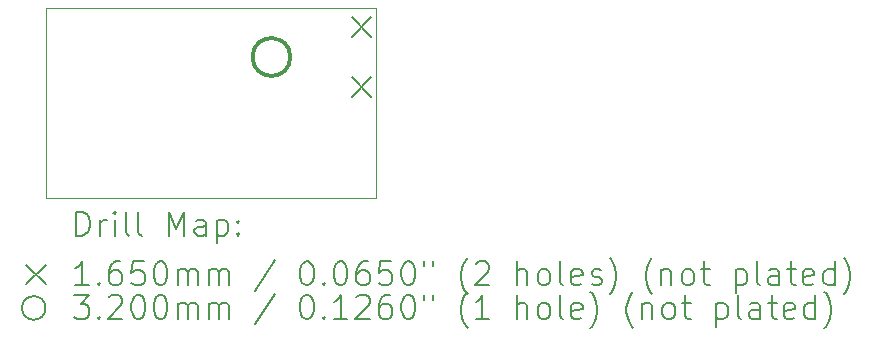
<source format=gbr>
%TF.GenerationSoftware,KiCad,Pcbnew,7.0.6*%
%TF.CreationDate,2023-11-30T23:44:46-05:00*%
%TF.ProjectId,Interruptor,496e7465-7272-4757-9074-6f722e6b6963,1.0*%
%TF.SameCoordinates,Original*%
%TF.FileFunction,Drillmap*%
%TF.FilePolarity,Positive*%
%FSLAX45Y45*%
G04 Gerber Fmt 4.5, Leading zero omitted, Abs format (unit mm)*
G04 Created by KiCad (PCBNEW 7.0.6) date 2023-11-30 23:44:46*
%MOMM*%
%LPD*%
G01*
G04 APERTURE LIST*
%ADD10C,0.100000*%
%ADD11C,0.200000*%
%ADD12C,0.165000*%
%ADD13C,0.320000*%
G04 APERTURE END LIST*
D10*
X13140000Y-8845000D02*
X15935000Y-8845000D01*
X15935000Y-10455000D01*
X13140000Y-10455000D01*
X13140000Y-8845000D01*
D11*
D12*
X15726750Y-8923500D02*
X15891750Y-9088500D01*
X15891750Y-8923500D02*
X15726750Y-9088500D01*
X15726750Y-9431500D02*
X15891750Y-9596500D01*
X15891750Y-9431500D02*
X15726750Y-9596500D01*
D13*
X15207250Y-9260000D02*
G75*
G03*
X15207250Y-9260000I-160000J0D01*
G01*
D11*
X13395777Y-10771484D02*
X13395777Y-10571484D01*
X13395777Y-10571484D02*
X13443396Y-10571484D01*
X13443396Y-10571484D02*
X13471967Y-10581008D01*
X13471967Y-10581008D02*
X13491015Y-10600055D01*
X13491015Y-10600055D02*
X13500539Y-10619103D01*
X13500539Y-10619103D02*
X13510062Y-10657198D01*
X13510062Y-10657198D02*
X13510062Y-10685770D01*
X13510062Y-10685770D02*
X13500539Y-10723865D01*
X13500539Y-10723865D02*
X13491015Y-10742912D01*
X13491015Y-10742912D02*
X13471967Y-10761960D01*
X13471967Y-10761960D02*
X13443396Y-10771484D01*
X13443396Y-10771484D02*
X13395777Y-10771484D01*
X13595777Y-10771484D02*
X13595777Y-10638150D01*
X13595777Y-10676246D02*
X13605301Y-10657198D01*
X13605301Y-10657198D02*
X13614824Y-10647674D01*
X13614824Y-10647674D02*
X13633872Y-10638150D01*
X13633872Y-10638150D02*
X13652920Y-10638150D01*
X13719586Y-10771484D02*
X13719586Y-10638150D01*
X13719586Y-10571484D02*
X13710062Y-10581008D01*
X13710062Y-10581008D02*
X13719586Y-10590531D01*
X13719586Y-10590531D02*
X13729110Y-10581008D01*
X13729110Y-10581008D02*
X13719586Y-10571484D01*
X13719586Y-10571484D02*
X13719586Y-10590531D01*
X13843396Y-10771484D02*
X13824348Y-10761960D01*
X13824348Y-10761960D02*
X13814824Y-10742912D01*
X13814824Y-10742912D02*
X13814824Y-10571484D01*
X13948158Y-10771484D02*
X13929110Y-10761960D01*
X13929110Y-10761960D02*
X13919586Y-10742912D01*
X13919586Y-10742912D02*
X13919586Y-10571484D01*
X14176729Y-10771484D02*
X14176729Y-10571484D01*
X14176729Y-10571484D02*
X14243396Y-10714341D01*
X14243396Y-10714341D02*
X14310062Y-10571484D01*
X14310062Y-10571484D02*
X14310062Y-10771484D01*
X14491015Y-10771484D02*
X14491015Y-10666722D01*
X14491015Y-10666722D02*
X14481491Y-10647674D01*
X14481491Y-10647674D02*
X14462443Y-10638150D01*
X14462443Y-10638150D02*
X14424348Y-10638150D01*
X14424348Y-10638150D02*
X14405301Y-10647674D01*
X14491015Y-10761960D02*
X14471967Y-10771484D01*
X14471967Y-10771484D02*
X14424348Y-10771484D01*
X14424348Y-10771484D02*
X14405301Y-10761960D01*
X14405301Y-10761960D02*
X14395777Y-10742912D01*
X14395777Y-10742912D02*
X14395777Y-10723865D01*
X14395777Y-10723865D02*
X14405301Y-10704817D01*
X14405301Y-10704817D02*
X14424348Y-10695293D01*
X14424348Y-10695293D02*
X14471967Y-10695293D01*
X14471967Y-10695293D02*
X14491015Y-10685770D01*
X14586253Y-10638150D02*
X14586253Y-10838150D01*
X14586253Y-10647674D02*
X14605301Y-10638150D01*
X14605301Y-10638150D02*
X14643396Y-10638150D01*
X14643396Y-10638150D02*
X14662443Y-10647674D01*
X14662443Y-10647674D02*
X14671967Y-10657198D01*
X14671967Y-10657198D02*
X14681491Y-10676246D01*
X14681491Y-10676246D02*
X14681491Y-10733389D01*
X14681491Y-10733389D02*
X14671967Y-10752436D01*
X14671967Y-10752436D02*
X14662443Y-10761960D01*
X14662443Y-10761960D02*
X14643396Y-10771484D01*
X14643396Y-10771484D02*
X14605301Y-10771484D01*
X14605301Y-10771484D02*
X14586253Y-10761960D01*
X14767205Y-10752436D02*
X14776729Y-10761960D01*
X14776729Y-10761960D02*
X14767205Y-10771484D01*
X14767205Y-10771484D02*
X14757682Y-10761960D01*
X14757682Y-10761960D02*
X14767205Y-10752436D01*
X14767205Y-10752436D02*
X14767205Y-10771484D01*
X14767205Y-10647674D02*
X14776729Y-10657198D01*
X14776729Y-10657198D02*
X14767205Y-10666722D01*
X14767205Y-10666722D02*
X14757682Y-10657198D01*
X14757682Y-10657198D02*
X14767205Y-10647674D01*
X14767205Y-10647674D02*
X14767205Y-10666722D01*
D12*
X12970000Y-11017500D02*
X13135000Y-11182500D01*
X13135000Y-11017500D02*
X12970000Y-11182500D01*
D11*
X13500539Y-11191484D02*
X13386253Y-11191484D01*
X13443396Y-11191484D02*
X13443396Y-10991484D01*
X13443396Y-10991484D02*
X13424348Y-11020055D01*
X13424348Y-11020055D02*
X13405301Y-11039103D01*
X13405301Y-11039103D02*
X13386253Y-11048627D01*
X13586253Y-11172436D02*
X13595777Y-11181960D01*
X13595777Y-11181960D02*
X13586253Y-11191484D01*
X13586253Y-11191484D02*
X13576729Y-11181960D01*
X13576729Y-11181960D02*
X13586253Y-11172436D01*
X13586253Y-11172436D02*
X13586253Y-11191484D01*
X13767205Y-10991484D02*
X13729110Y-10991484D01*
X13729110Y-10991484D02*
X13710062Y-11001008D01*
X13710062Y-11001008D02*
X13700539Y-11010531D01*
X13700539Y-11010531D02*
X13681491Y-11039103D01*
X13681491Y-11039103D02*
X13671967Y-11077198D01*
X13671967Y-11077198D02*
X13671967Y-11153389D01*
X13671967Y-11153389D02*
X13681491Y-11172436D01*
X13681491Y-11172436D02*
X13691015Y-11181960D01*
X13691015Y-11181960D02*
X13710062Y-11191484D01*
X13710062Y-11191484D02*
X13748158Y-11191484D01*
X13748158Y-11191484D02*
X13767205Y-11181960D01*
X13767205Y-11181960D02*
X13776729Y-11172436D01*
X13776729Y-11172436D02*
X13786253Y-11153389D01*
X13786253Y-11153389D02*
X13786253Y-11105770D01*
X13786253Y-11105770D02*
X13776729Y-11086722D01*
X13776729Y-11086722D02*
X13767205Y-11077198D01*
X13767205Y-11077198D02*
X13748158Y-11067674D01*
X13748158Y-11067674D02*
X13710062Y-11067674D01*
X13710062Y-11067674D02*
X13691015Y-11077198D01*
X13691015Y-11077198D02*
X13681491Y-11086722D01*
X13681491Y-11086722D02*
X13671967Y-11105770D01*
X13967205Y-10991484D02*
X13871967Y-10991484D01*
X13871967Y-10991484D02*
X13862443Y-11086722D01*
X13862443Y-11086722D02*
X13871967Y-11077198D01*
X13871967Y-11077198D02*
X13891015Y-11067674D01*
X13891015Y-11067674D02*
X13938634Y-11067674D01*
X13938634Y-11067674D02*
X13957682Y-11077198D01*
X13957682Y-11077198D02*
X13967205Y-11086722D01*
X13967205Y-11086722D02*
X13976729Y-11105770D01*
X13976729Y-11105770D02*
X13976729Y-11153389D01*
X13976729Y-11153389D02*
X13967205Y-11172436D01*
X13967205Y-11172436D02*
X13957682Y-11181960D01*
X13957682Y-11181960D02*
X13938634Y-11191484D01*
X13938634Y-11191484D02*
X13891015Y-11191484D01*
X13891015Y-11191484D02*
X13871967Y-11181960D01*
X13871967Y-11181960D02*
X13862443Y-11172436D01*
X14100539Y-10991484D02*
X14119586Y-10991484D01*
X14119586Y-10991484D02*
X14138634Y-11001008D01*
X14138634Y-11001008D02*
X14148158Y-11010531D01*
X14148158Y-11010531D02*
X14157682Y-11029579D01*
X14157682Y-11029579D02*
X14167205Y-11067674D01*
X14167205Y-11067674D02*
X14167205Y-11115293D01*
X14167205Y-11115293D02*
X14157682Y-11153389D01*
X14157682Y-11153389D02*
X14148158Y-11172436D01*
X14148158Y-11172436D02*
X14138634Y-11181960D01*
X14138634Y-11181960D02*
X14119586Y-11191484D01*
X14119586Y-11191484D02*
X14100539Y-11191484D01*
X14100539Y-11191484D02*
X14081491Y-11181960D01*
X14081491Y-11181960D02*
X14071967Y-11172436D01*
X14071967Y-11172436D02*
X14062443Y-11153389D01*
X14062443Y-11153389D02*
X14052920Y-11115293D01*
X14052920Y-11115293D02*
X14052920Y-11067674D01*
X14052920Y-11067674D02*
X14062443Y-11029579D01*
X14062443Y-11029579D02*
X14071967Y-11010531D01*
X14071967Y-11010531D02*
X14081491Y-11001008D01*
X14081491Y-11001008D02*
X14100539Y-10991484D01*
X14252920Y-11191484D02*
X14252920Y-11058150D01*
X14252920Y-11077198D02*
X14262443Y-11067674D01*
X14262443Y-11067674D02*
X14281491Y-11058150D01*
X14281491Y-11058150D02*
X14310063Y-11058150D01*
X14310063Y-11058150D02*
X14329110Y-11067674D01*
X14329110Y-11067674D02*
X14338634Y-11086722D01*
X14338634Y-11086722D02*
X14338634Y-11191484D01*
X14338634Y-11086722D02*
X14348158Y-11067674D01*
X14348158Y-11067674D02*
X14367205Y-11058150D01*
X14367205Y-11058150D02*
X14395777Y-11058150D01*
X14395777Y-11058150D02*
X14414824Y-11067674D01*
X14414824Y-11067674D02*
X14424348Y-11086722D01*
X14424348Y-11086722D02*
X14424348Y-11191484D01*
X14519586Y-11191484D02*
X14519586Y-11058150D01*
X14519586Y-11077198D02*
X14529110Y-11067674D01*
X14529110Y-11067674D02*
X14548158Y-11058150D01*
X14548158Y-11058150D02*
X14576729Y-11058150D01*
X14576729Y-11058150D02*
X14595777Y-11067674D01*
X14595777Y-11067674D02*
X14605301Y-11086722D01*
X14605301Y-11086722D02*
X14605301Y-11191484D01*
X14605301Y-11086722D02*
X14614824Y-11067674D01*
X14614824Y-11067674D02*
X14633872Y-11058150D01*
X14633872Y-11058150D02*
X14662443Y-11058150D01*
X14662443Y-11058150D02*
X14681491Y-11067674D01*
X14681491Y-11067674D02*
X14691015Y-11086722D01*
X14691015Y-11086722D02*
X14691015Y-11191484D01*
X15081491Y-10981960D02*
X14910063Y-11239103D01*
X15338634Y-10991484D02*
X15357682Y-10991484D01*
X15357682Y-10991484D02*
X15376729Y-11001008D01*
X15376729Y-11001008D02*
X15386253Y-11010531D01*
X15386253Y-11010531D02*
X15395777Y-11029579D01*
X15395777Y-11029579D02*
X15405301Y-11067674D01*
X15405301Y-11067674D02*
X15405301Y-11115293D01*
X15405301Y-11115293D02*
X15395777Y-11153389D01*
X15395777Y-11153389D02*
X15386253Y-11172436D01*
X15386253Y-11172436D02*
X15376729Y-11181960D01*
X15376729Y-11181960D02*
X15357682Y-11191484D01*
X15357682Y-11191484D02*
X15338634Y-11191484D01*
X15338634Y-11191484D02*
X15319586Y-11181960D01*
X15319586Y-11181960D02*
X15310063Y-11172436D01*
X15310063Y-11172436D02*
X15300539Y-11153389D01*
X15300539Y-11153389D02*
X15291015Y-11115293D01*
X15291015Y-11115293D02*
X15291015Y-11067674D01*
X15291015Y-11067674D02*
X15300539Y-11029579D01*
X15300539Y-11029579D02*
X15310063Y-11010531D01*
X15310063Y-11010531D02*
X15319586Y-11001008D01*
X15319586Y-11001008D02*
X15338634Y-10991484D01*
X15491015Y-11172436D02*
X15500539Y-11181960D01*
X15500539Y-11181960D02*
X15491015Y-11191484D01*
X15491015Y-11191484D02*
X15481491Y-11181960D01*
X15481491Y-11181960D02*
X15491015Y-11172436D01*
X15491015Y-11172436D02*
X15491015Y-11191484D01*
X15624348Y-10991484D02*
X15643396Y-10991484D01*
X15643396Y-10991484D02*
X15662444Y-11001008D01*
X15662444Y-11001008D02*
X15671967Y-11010531D01*
X15671967Y-11010531D02*
X15681491Y-11029579D01*
X15681491Y-11029579D02*
X15691015Y-11067674D01*
X15691015Y-11067674D02*
X15691015Y-11115293D01*
X15691015Y-11115293D02*
X15681491Y-11153389D01*
X15681491Y-11153389D02*
X15671967Y-11172436D01*
X15671967Y-11172436D02*
X15662444Y-11181960D01*
X15662444Y-11181960D02*
X15643396Y-11191484D01*
X15643396Y-11191484D02*
X15624348Y-11191484D01*
X15624348Y-11191484D02*
X15605301Y-11181960D01*
X15605301Y-11181960D02*
X15595777Y-11172436D01*
X15595777Y-11172436D02*
X15586253Y-11153389D01*
X15586253Y-11153389D02*
X15576729Y-11115293D01*
X15576729Y-11115293D02*
X15576729Y-11067674D01*
X15576729Y-11067674D02*
X15586253Y-11029579D01*
X15586253Y-11029579D02*
X15595777Y-11010531D01*
X15595777Y-11010531D02*
X15605301Y-11001008D01*
X15605301Y-11001008D02*
X15624348Y-10991484D01*
X15862444Y-10991484D02*
X15824348Y-10991484D01*
X15824348Y-10991484D02*
X15805301Y-11001008D01*
X15805301Y-11001008D02*
X15795777Y-11010531D01*
X15795777Y-11010531D02*
X15776729Y-11039103D01*
X15776729Y-11039103D02*
X15767206Y-11077198D01*
X15767206Y-11077198D02*
X15767206Y-11153389D01*
X15767206Y-11153389D02*
X15776729Y-11172436D01*
X15776729Y-11172436D02*
X15786253Y-11181960D01*
X15786253Y-11181960D02*
X15805301Y-11191484D01*
X15805301Y-11191484D02*
X15843396Y-11191484D01*
X15843396Y-11191484D02*
X15862444Y-11181960D01*
X15862444Y-11181960D02*
X15871967Y-11172436D01*
X15871967Y-11172436D02*
X15881491Y-11153389D01*
X15881491Y-11153389D02*
X15881491Y-11105770D01*
X15881491Y-11105770D02*
X15871967Y-11086722D01*
X15871967Y-11086722D02*
X15862444Y-11077198D01*
X15862444Y-11077198D02*
X15843396Y-11067674D01*
X15843396Y-11067674D02*
X15805301Y-11067674D01*
X15805301Y-11067674D02*
X15786253Y-11077198D01*
X15786253Y-11077198D02*
X15776729Y-11086722D01*
X15776729Y-11086722D02*
X15767206Y-11105770D01*
X16062444Y-10991484D02*
X15967206Y-10991484D01*
X15967206Y-10991484D02*
X15957682Y-11086722D01*
X15957682Y-11086722D02*
X15967206Y-11077198D01*
X15967206Y-11077198D02*
X15986253Y-11067674D01*
X15986253Y-11067674D02*
X16033872Y-11067674D01*
X16033872Y-11067674D02*
X16052920Y-11077198D01*
X16052920Y-11077198D02*
X16062444Y-11086722D01*
X16062444Y-11086722D02*
X16071967Y-11105770D01*
X16071967Y-11105770D02*
X16071967Y-11153389D01*
X16071967Y-11153389D02*
X16062444Y-11172436D01*
X16062444Y-11172436D02*
X16052920Y-11181960D01*
X16052920Y-11181960D02*
X16033872Y-11191484D01*
X16033872Y-11191484D02*
X15986253Y-11191484D01*
X15986253Y-11191484D02*
X15967206Y-11181960D01*
X15967206Y-11181960D02*
X15957682Y-11172436D01*
X16195777Y-10991484D02*
X16214825Y-10991484D01*
X16214825Y-10991484D02*
X16233872Y-11001008D01*
X16233872Y-11001008D02*
X16243396Y-11010531D01*
X16243396Y-11010531D02*
X16252920Y-11029579D01*
X16252920Y-11029579D02*
X16262444Y-11067674D01*
X16262444Y-11067674D02*
X16262444Y-11115293D01*
X16262444Y-11115293D02*
X16252920Y-11153389D01*
X16252920Y-11153389D02*
X16243396Y-11172436D01*
X16243396Y-11172436D02*
X16233872Y-11181960D01*
X16233872Y-11181960D02*
X16214825Y-11191484D01*
X16214825Y-11191484D02*
X16195777Y-11191484D01*
X16195777Y-11191484D02*
X16176729Y-11181960D01*
X16176729Y-11181960D02*
X16167206Y-11172436D01*
X16167206Y-11172436D02*
X16157682Y-11153389D01*
X16157682Y-11153389D02*
X16148158Y-11115293D01*
X16148158Y-11115293D02*
X16148158Y-11067674D01*
X16148158Y-11067674D02*
X16157682Y-11029579D01*
X16157682Y-11029579D02*
X16167206Y-11010531D01*
X16167206Y-11010531D02*
X16176729Y-11001008D01*
X16176729Y-11001008D02*
X16195777Y-10991484D01*
X16338634Y-10991484D02*
X16338634Y-11029579D01*
X16414825Y-10991484D02*
X16414825Y-11029579D01*
X16710063Y-11267674D02*
X16700539Y-11258150D01*
X16700539Y-11258150D02*
X16681491Y-11229579D01*
X16681491Y-11229579D02*
X16671968Y-11210531D01*
X16671968Y-11210531D02*
X16662444Y-11181960D01*
X16662444Y-11181960D02*
X16652920Y-11134341D01*
X16652920Y-11134341D02*
X16652920Y-11096246D01*
X16652920Y-11096246D02*
X16662444Y-11048627D01*
X16662444Y-11048627D02*
X16671968Y-11020055D01*
X16671968Y-11020055D02*
X16681491Y-11001008D01*
X16681491Y-11001008D02*
X16700539Y-10972436D01*
X16700539Y-10972436D02*
X16710063Y-10962912D01*
X16776729Y-11010531D02*
X16786253Y-11001008D01*
X16786253Y-11001008D02*
X16805301Y-10991484D01*
X16805301Y-10991484D02*
X16852920Y-10991484D01*
X16852920Y-10991484D02*
X16871968Y-11001008D01*
X16871968Y-11001008D02*
X16881491Y-11010531D01*
X16881491Y-11010531D02*
X16891015Y-11029579D01*
X16891015Y-11029579D02*
X16891015Y-11048627D01*
X16891015Y-11048627D02*
X16881491Y-11077198D01*
X16881491Y-11077198D02*
X16767206Y-11191484D01*
X16767206Y-11191484D02*
X16891015Y-11191484D01*
X17129111Y-11191484D02*
X17129111Y-10991484D01*
X17214825Y-11191484D02*
X17214825Y-11086722D01*
X17214825Y-11086722D02*
X17205301Y-11067674D01*
X17205301Y-11067674D02*
X17186253Y-11058150D01*
X17186253Y-11058150D02*
X17157682Y-11058150D01*
X17157682Y-11058150D02*
X17138634Y-11067674D01*
X17138634Y-11067674D02*
X17129111Y-11077198D01*
X17338634Y-11191484D02*
X17319587Y-11181960D01*
X17319587Y-11181960D02*
X17310063Y-11172436D01*
X17310063Y-11172436D02*
X17300539Y-11153389D01*
X17300539Y-11153389D02*
X17300539Y-11096246D01*
X17300539Y-11096246D02*
X17310063Y-11077198D01*
X17310063Y-11077198D02*
X17319587Y-11067674D01*
X17319587Y-11067674D02*
X17338634Y-11058150D01*
X17338634Y-11058150D02*
X17367206Y-11058150D01*
X17367206Y-11058150D02*
X17386253Y-11067674D01*
X17386253Y-11067674D02*
X17395777Y-11077198D01*
X17395777Y-11077198D02*
X17405301Y-11096246D01*
X17405301Y-11096246D02*
X17405301Y-11153389D01*
X17405301Y-11153389D02*
X17395777Y-11172436D01*
X17395777Y-11172436D02*
X17386253Y-11181960D01*
X17386253Y-11181960D02*
X17367206Y-11191484D01*
X17367206Y-11191484D02*
X17338634Y-11191484D01*
X17519587Y-11191484D02*
X17500539Y-11181960D01*
X17500539Y-11181960D02*
X17491015Y-11162912D01*
X17491015Y-11162912D02*
X17491015Y-10991484D01*
X17671968Y-11181960D02*
X17652920Y-11191484D01*
X17652920Y-11191484D02*
X17614825Y-11191484D01*
X17614825Y-11191484D02*
X17595777Y-11181960D01*
X17595777Y-11181960D02*
X17586253Y-11162912D01*
X17586253Y-11162912D02*
X17586253Y-11086722D01*
X17586253Y-11086722D02*
X17595777Y-11067674D01*
X17595777Y-11067674D02*
X17614825Y-11058150D01*
X17614825Y-11058150D02*
X17652920Y-11058150D01*
X17652920Y-11058150D02*
X17671968Y-11067674D01*
X17671968Y-11067674D02*
X17681492Y-11086722D01*
X17681492Y-11086722D02*
X17681492Y-11105770D01*
X17681492Y-11105770D02*
X17586253Y-11124817D01*
X17757682Y-11181960D02*
X17776730Y-11191484D01*
X17776730Y-11191484D02*
X17814825Y-11191484D01*
X17814825Y-11191484D02*
X17833873Y-11181960D01*
X17833873Y-11181960D02*
X17843396Y-11162912D01*
X17843396Y-11162912D02*
X17843396Y-11153389D01*
X17843396Y-11153389D02*
X17833873Y-11134341D01*
X17833873Y-11134341D02*
X17814825Y-11124817D01*
X17814825Y-11124817D02*
X17786253Y-11124817D01*
X17786253Y-11124817D02*
X17767206Y-11115293D01*
X17767206Y-11115293D02*
X17757682Y-11096246D01*
X17757682Y-11096246D02*
X17757682Y-11086722D01*
X17757682Y-11086722D02*
X17767206Y-11067674D01*
X17767206Y-11067674D02*
X17786253Y-11058150D01*
X17786253Y-11058150D02*
X17814825Y-11058150D01*
X17814825Y-11058150D02*
X17833873Y-11067674D01*
X17910063Y-11267674D02*
X17919587Y-11258150D01*
X17919587Y-11258150D02*
X17938634Y-11229579D01*
X17938634Y-11229579D02*
X17948158Y-11210531D01*
X17948158Y-11210531D02*
X17957682Y-11181960D01*
X17957682Y-11181960D02*
X17967206Y-11134341D01*
X17967206Y-11134341D02*
X17967206Y-11096246D01*
X17967206Y-11096246D02*
X17957682Y-11048627D01*
X17957682Y-11048627D02*
X17948158Y-11020055D01*
X17948158Y-11020055D02*
X17938634Y-11001008D01*
X17938634Y-11001008D02*
X17919587Y-10972436D01*
X17919587Y-10972436D02*
X17910063Y-10962912D01*
X18271968Y-11267674D02*
X18262444Y-11258150D01*
X18262444Y-11258150D02*
X18243396Y-11229579D01*
X18243396Y-11229579D02*
X18233873Y-11210531D01*
X18233873Y-11210531D02*
X18224349Y-11181960D01*
X18224349Y-11181960D02*
X18214825Y-11134341D01*
X18214825Y-11134341D02*
X18214825Y-11096246D01*
X18214825Y-11096246D02*
X18224349Y-11048627D01*
X18224349Y-11048627D02*
X18233873Y-11020055D01*
X18233873Y-11020055D02*
X18243396Y-11001008D01*
X18243396Y-11001008D02*
X18262444Y-10972436D01*
X18262444Y-10972436D02*
X18271968Y-10962912D01*
X18348158Y-11058150D02*
X18348158Y-11191484D01*
X18348158Y-11077198D02*
X18357682Y-11067674D01*
X18357682Y-11067674D02*
X18376730Y-11058150D01*
X18376730Y-11058150D02*
X18405301Y-11058150D01*
X18405301Y-11058150D02*
X18424349Y-11067674D01*
X18424349Y-11067674D02*
X18433873Y-11086722D01*
X18433873Y-11086722D02*
X18433873Y-11191484D01*
X18557682Y-11191484D02*
X18538634Y-11181960D01*
X18538634Y-11181960D02*
X18529111Y-11172436D01*
X18529111Y-11172436D02*
X18519587Y-11153389D01*
X18519587Y-11153389D02*
X18519587Y-11096246D01*
X18519587Y-11096246D02*
X18529111Y-11077198D01*
X18529111Y-11077198D02*
X18538634Y-11067674D01*
X18538634Y-11067674D02*
X18557682Y-11058150D01*
X18557682Y-11058150D02*
X18586254Y-11058150D01*
X18586254Y-11058150D02*
X18605301Y-11067674D01*
X18605301Y-11067674D02*
X18614825Y-11077198D01*
X18614825Y-11077198D02*
X18624349Y-11096246D01*
X18624349Y-11096246D02*
X18624349Y-11153389D01*
X18624349Y-11153389D02*
X18614825Y-11172436D01*
X18614825Y-11172436D02*
X18605301Y-11181960D01*
X18605301Y-11181960D02*
X18586254Y-11191484D01*
X18586254Y-11191484D02*
X18557682Y-11191484D01*
X18681492Y-11058150D02*
X18757682Y-11058150D01*
X18710063Y-10991484D02*
X18710063Y-11162912D01*
X18710063Y-11162912D02*
X18719587Y-11181960D01*
X18719587Y-11181960D02*
X18738634Y-11191484D01*
X18738634Y-11191484D02*
X18757682Y-11191484D01*
X18976730Y-11058150D02*
X18976730Y-11258150D01*
X18976730Y-11067674D02*
X18995777Y-11058150D01*
X18995777Y-11058150D02*
X19033873Y-11058150D01*
X19033873Y-11058150D02*
X19052920Y-11067674D01*
X19052920Y-11067674D02*
X19062444Y-11077198D01*
X19062444Y-11077198D02*
X19071968Y-11096246D01*
X19071968Y-11096246D02*
X19071968Y-11153389D01*
X19071968Y-11153389D02*
X19062444Y-11172436D01*
X19062444Y-11172436D02*
X19052920Y-11181960D01*
X19052920Y-11181960D02*
X19033873Y-11191484D01*
X19033873Y-11191484D02*
X18995777Y-11191484D01*
X18995777Y-11191484D02*
X18976730Y-11181960D01*
X19186254Y-11191484D02*
X19167206Y-11181960D01*
X19167206Y-11181960D02*
X19157682Y-11162912D01*
X19157682Y-11162912D02*
X19157682Y-10991484D01*
X19348158Y-11191484D02*
X19348158Y-11086722D01*
X19348158Y-11086722D02*
X19338635Y-11067674D01*
X19338635Y-11067674D02*
X19319587Y-11058150D01*
X19319587Y-11058150D02*
X19281492Y-11058150D01*
X19281492Y-11058150D02*
X19262444Y-11067674D01*
X19348158Y-11181960D02*
X19329111Y-11191484D01*
X19329111Y-11191484D02*
X19281492Y-11191484D01*
X19281492Y-11191484D02*
X19262444Y-11181960D01*
X19262444Y-11181960D02*
X19252920Y-11162912D01*
X19252920Y-11162912D02*
X19252920Y-11143865D01*
X19252920Y-11143865D02*
X19262444Y-11124817D01*
X19262444Y-11124817D02*
X19281492Y-11115293D01*
X19281492Y-11115293D02*
X19329111Y-11115293D01*
X19329111Y-11115293D02*
X19348158Y-11105770D01*
X19414825Y-11058150D02*
X19491015Y-11058150D01*
X19443396Y-10991484D02*
X19443396Y-11162912D01*
X19443396Y-11162912D02*
X19452920Y-11181960D01*
X19452920Y-11181960D02*
X19471968Y-11191484D01*
X19471968Y-11191484D02*
X19491015Y-11191484D01*
X19633873Y-11181960D02*
X19614825Y-11191484D01*
X19614825Y-11191484D02*
X19576730Y-11191484D01*
X19576730Y-11191484D02*
X19557682Y-11181960D01*
X19557682Y-11181960D02*
X19548158Y-11162912D01*
X19548158Y-11162912D02*
X19548158Y-11086722D01*
X19548158Y-11086722D02*
X19557682Y-11067674D01*
X19557682Y-11067674D02*
X19576730Y-11058150D01*
X19576730Y-11058150D02*
X19614825Y-11058150D01*
X19614825Y-11058150D02*
X19633873Y-11067674D01*
X19633873Y-11067674D02*
X19643396Y-11086722D01*
X19643396Y-11086722D02*
X19643396Y-11105770D01*
X19643396Y-11105770D02*
X19548158Y-11124817D01*
X19814825Y-11191484D02*
X19814825Y-10991484D01*
X19814825Y-11181960D02*
X19795777Y-11191484D01*
X19795777Y-11191484D02*
X19757682Y-11191484D01*
X19757682Y-11191484D02*
X19738635Y-11181960D01*
X19738635Y-11181960D02*
X19729111Y-11172436D01*
X19729111Y-11172436D02*
X19719587Y-11153389D01*
X19719587Y-11153389D02*
X19719587Y-11096246D01*
X19719587Y-11096246D02*
X19729111Y-11077198D01*
X19729111Y-11077198D02*
X19738635Y-11067674D01*
X19738635Y-11067674D02*
X19757682Y-11058150D01*
X19757682Y-11058150D02*
X19795777Y-11058150D01*
X19795777Y-11058150D02*
X19814825Y-11067674D01*
X19891016Y-11267674D02*
X19900539Y-11258150D01*
X19900539Y-11258150D02*
X19919587Y-11229579D01*
X19919587Y-11229579D02*
X19929111Y-11210531D01*
X19929111Y-11210531D02*
X19938635Y-11181960D01*
X19938635Y-11181960D02*
X19948158Y-11134341D01*
X19948158Y-11134341D02*
X19948158Y-11096246D01*
X19948158Y-11096246D02*
X19938635Y-11048627D01*
X19938635Y-11048627D02*
X19929111Y-11020055D01*
X19929111Y-11020055D02*
X19919587Y-11001008D01*
X19919587Y-11001008D02*
X19900539Y-10972436D01*
X19900539Y-10972436D02*
X19891016Y-10962912D01*
X13135000Y-11385000D02*
G75*
G03*
X13135000Y-11385000I-100000J0D01*
G01*
X13376729Y-11276484D02*
X13500539Y-11276484D01*
X13500539Y-11276484D02*
X13433872Y-11352674D01*
X13433872Y-11352674D02*
X13462443Y-11352674D01*
X13462443Y-11352674D02*
X13481491Y-11362198D01*
X13481491Y-11362198D02*
X13491015Y-11371722D01*
X13491015Y-11371722D02*
X13500539Y-11390769D01*
X13500539Y-11390769D02*
X13500539Y-11438388D01*
X13500539Y-11438388D02*
X13491015Y-11457436D01*
X13491015Y-11457436D02*
X13481491Y-11466960D01*
X13481491Y-11466960D02*
X13462443Y-11476484D01*
X13462443Y-11476484D02*
X13405301Y-11476484D01*
X13405301Y-11476484D02*
X13386253Y-11466960D01*
X13386253Y-11466960D02*
X13376729Y-11457436D01*
X13586253Y-11457436D02*
X13595777Y-11466960D01*
X13595777Y-11466960D02*
X13586253Y-11476484D01*
X13586253Y-11476484D02*
X13576729Y-11466960D01*
X13576729Y-11466960D02*
X13586253Y-11457436D01*
X13586253Y-11457436D02*
X13586253Y-11476484D01*
X13671967Y-11295531D02*
X13681491Y-11286008D01*
X13681491Y-11286008D02*
X13700539Y-11276484D01*
X13700539Y-11276484D02*
X13748158Y-11276484D01*
X13748158Y-11276484D02*
X13767205Y-11286008D01*
X13767205Y-11286008D02*
X13776729Y-11295531D01*
X13776729Y-11295531D02*
X13786253Y-11314579D01*
X13786253Y-11314579D02*
X13786253Y-11333627D01*
X13786253Y-11333627D02*
X13776729Y-11362198D01*
X13776729Y-11362198D02*
X13662443Y-11476484D01*
X13662443Y-11476484D02*
X13786253Y-11476484D01*
X13910062Y-11276484D02*
X13929110Y-11276484D01*
X13929110Y-11276484D02*
X13948158Y-11286008D01*
X13948158Y-11286008D02*
X13957682Y-11295531D01*
X13957682Y-11295531D02*
X13967205Y-11314579D01*
X13967205Y-11314579D02*
X13976729Y-11352674D01*
X13976729Y-11352674D02*
X13976729Y-11400293D01*
X13976729Y-11400293D02*
X13967205Y-11438388D01*
X13967205Y-11438388D02*
X13957682Y-11457436D01*
X13957682Y-11457436D02*
X13948158Y-11466960D01*
X13948158Y-11466960D02*
X13929110Y-11476484D01*
X13929110Y-11476484D02*
X13910062Y-11476484D01*
X13910062Y-11476484D02*
X13891015Y-11466960D01*
X13891015Y-11466960D02*
X13881491Y-11457436D01*
X13881491Y-11457436D02*
X13871967Y-11438388D01*
X13871967Y-11438388D02*
X13862443Y-11400293D01*
X13862443Y-11400293D02*
X13862443Y-11352674D01*
X13862443Y-11352674D02*
X13871967Y-11314579D01*
X13871967Y-11314579D02*
X13881491Y-11295531D01*
X13881491Y-11295531D02*
X13891015Y-11286008D01*
X13891015Y-11286008D02*
X13910062Y-11276484D01*
X14100539Y-11276484D02*
X14119586Y-11276484D01*
X14119586Y-11276484D02*
X14138634Y-11286008D01*
X14138634Y-11286008D02*
X14148158Y-11295531D01*
X14148158Y-11295531D02*
X14157682Y-11314579D01*
X14157682Y-11314579D02*
X14167205Y-11352674D01*
X14167205Y-11352674D02*
X14167205Y-11400293D01*
X14167205Y-11400293D02*
X14157682Y-11438388D01*
X14157682Y-11438388D02*
X14148158Y-11457436D01*
X14148158Y-11457436D02*
X14138634Y-11466960D01*
X14138634Y-11466960D02*
X14119586Y-11476484D01*
X14119586Y-11476484D02*
X14100539Y-11476484D01*
X14100539Y-11476484D02*
X14081491Y-11466960D01*
X14081491Y-11466960D02*
X14071967Y-11457436D01*
X14071967Y-11457436D02*
X14062443Y-11438388D01*
X14062443Y-11438388D02*
X14052920Y-11400293D01*
X14052920Y-11400293D02*
X14052920Y-11352674D01*
X14052920Y-11352674D02*
X14062443Y-11314579D01*
X14062443Y-11314579D02*
X14071967Y-11295531D01*
X14071967Y-11295531D02*
X14081491Y-11286008D01*
X14081491Y-11286008D02*
X14100539Y-11276484D01*
X14252920Y-11476484D02*
X14252920Y-11343150D01*
X14252920Y-11362198D02*
X14262443Y-11352674D01*
X14262443Y-11352674D02*
X14281491Y-11343150D01*
X14281491Y-11343150D02*
X14310063Y-11343150D01*
X14310063Y-11343150D02*
X14329110Y-11352674D01*
X14329110Y-11352674D02*
X14338634Y-11371722D01*
X14338634Y-11371722D02*
X14338634Y-11476484D01*
X14338634Y-11371722D02*
X14348158Y-11352674D01*
X14348158Y-11352674D02*
X14367205Y-11343150D01*
X14367205Y-11343150D02*
X14395777Y-11343150D01*
X14395777Y-11343150D02*
X14414824Y-11352674D01*
X14414824Y-11352674D02*
X14424348Y-11371722D01*
X14424348Y-11371722D02*
X14424348Y-11476484D01*
X14519586Y-11476484D02*
X14519586Y-11343150D01*
X14519586Y-11362198D02*
X14529110Y-11352674D01*
X14529110Y-11352674D02*
X14548158Y-11343150D01*
X14548158Y-11343150D02*
X14576729Y-11343150D01*
X14576729Y-11343150D02*
X14595777Y-11352674D01*
X14595777Y-11352674D02*
X14605301Y-11371722D01*
X14605301Y-11371722D02*
X14605301Y-11476484D01*
X14605301Y-11371722D02*
X14614824Y-11352674D01*
X14614824Y-11352674D02*
X14633872Y-11343150D01*
X14633872Y-11343150D02*
X14662443Y-11343150D01*
X14662443Y-11343150D02*
X14681491Y-11352674D01*
X14681491Y-11352674D02*
X14691015Y-11371722D01*
X14691015Y-11371722D02*
X14691015Y-11476484D01*
X15081491Y-11266960D02*
X14910063Y-11524103D01*
X15338634Y-11276484D02*
X15357682Y-11276484D01*
X15357682Y-11276484D02*
X15376729Y-11286008D01*
X15376729Y-11286008D02*
X15386253Y-11295531D01*
X15386253Y-11295531D02*
X15395777Y-11314579D01*
X15395777Y-11314579D02*
X15405301Y-11352674D01*
X15405301Y-11352674D02*
X15405301Y-11400293D01*
X15405301Y-11400293D02*
X15395777Y-11438388D01*
X15395777Y-11438388D02*
X15386253Y-11457436D01*
X15386253Y-11457436D02*
X15376729Y-11466960D01*
X15376729Y-11466960D02*
X15357682Y-11476484D01*
X15357682Y-11476484D02*
X15338634Y-11476484D01*
X15338634Y-11476484D02*
X15319586Y-11466960D01*
X15319586Y-11466960D02*
X15310063Y-11457436D01*
X15310063Y-11457436D02*
X15300539Y-11438388D01*
X15300539Y-11438388D02*
X15291015Y-11400293D01*
X15291015Y-11400293D02*
X15291015Y-11352674D01*
X15291015Y-11352674D02*
X15300539Y-11314579D01*
X15300539Y-11314579D02*
X15310063Y-11295531D01*
X15310063Y-11295531D02*
X15319586Y-11286008D01*
X15319586Y-11286008D02*
X15338634Y-11276484D01*
X15491015Y-11457436D02*
X15500539Y-11466960D01*
X15500539Y-11466960D02*
X15491015Y-11476484D01*
X15491015Y-11476484D02*
X15481491Y-11466960D01*
X15481491Y-11466960D02*
X15491015Y-11457436D01*
X15491015Y-11457436D02*
X15491015Y-11476484D01*
X15691015Y-11476484D02*
X15576729Y-11476484D01*
X15633872Y-11476484D02*
X15633872Y-11276484D01*
X15633872Y-11276484D02*
X15614825Y-11305055D01*
X15614825Y-11305055D02*
X15595777Y-11324103D01*
X15595777Y-11324103D02*
X15576729Y-11333627D01*
X15767206Y-11295531D02*
X15776729Y-11286008D01*
X15776729Y-11286008D02*
X15795777Y-11276484D01*
X15795777Y-11276484D02*
X15843396Y-11276484D01*
X15843396Y-11276484D02*
X15862444Y-11286008D01*
X15862444Y-11286008D02*
X15871967Y-11295531D01*
X15871967Y-11295531D02*
X15881491Y-11314579D01*
X15881491Y-11314579D02*
X15881491Y-11333627D01*
X15881491Y-11333627D02*
X15871967Y-11362198D01*
X15871967Y-11362198D02*
X15757682Y-11476484D01*
X15757682Y-11476484D02*
X15881491Y-11476484D01*
X16052920Y-11276484D02*
X16014825Y-11276484D01*
X16014825Y-11276484D02*
X15995777Y-11286008D01*
X15995777Y-11286008D02*
X15986253Y-11295531D01*
X15986253Y-11295531D02*
X15967206Y-11324103D01*
X15967206Y-11324103D02*
X15957682Y-11362198D01*
X15957682Y-11362198D02*
X15957682Y-11438388D01*
X15957682Y-11438388D02*
X15967206Y-11457436D01*
X15967206Y-11457436D02*
X15976729Y-11466960D01*
X15976729Y-11466960D02*
X15995777Y-11476484D01*
X15995777Y-11476484D02*
X16033872Y-11476484D01*
X16033872Y-11476484D02*
X16052920Y-11466960D01*
X16052920Y-11466960D02*
X16062444Y-11457436D01*
X16062444Y-11457436D02*
X16071967Y-11438388D01*
X16071967Y-11438388D02*
X16071967Y-11390769D01*
X16071967Y-11390769D02*
X16062444Y-11371722D01*
X16062444Y-11371722D02*
X16052920Y-11362198D01*
X16052920Y-11362198D02*
X16033872Y-11352674D01*
X16033872Y-11352674D02*
X15995777Y-11352674D01*
X15995777Y-11352674D02*
X15976729Y-11362198D01*
X15976729Y-11362198D02*
X15967206Y-11371722D01*
X15967206Y-11371722D02*
X15957682Y-11390769D01*
X16195777Y-11276484D02*
X16214825Y-11276484D01*
X16214825Y-11276484D02*
X16233872Y-11286008D01*
X16233872Y-11286008D02*
X16243396Y-11295531D01*
X16243396Y-11295531D02*
X16252920Y-11314579D01*
X16252920Y-11314579D02*
X16262444Y-11352674D01*
X16262444Y-11352674D02*
X16262444Y-11400293D01*
X16262444Y-11400293D02*
X16252920Y-11438388D01*
X16252920Y-11438388D02*
X16243396Y-11457436D01*
X16243396Y-11457436D02*
X16233872Y-11466960D01*
X16233872Y-11466960D02*
X16214825Y-11476484D01*
X16214825Y-11476484D02*
X16195777Y-11476484D01*
X16195777Y-11476484D02*
X16176729Y-11466960D01*
X16176729Y-11466960D02*
X16167206Y-11457436D01*
X16167206Y-11457436D02*
X16157682Y-11438388D01*
X16157682Y-11438388D02*
X16148158Y-11400293D01*
X16148158Y-11400293D02*
X16148158Y-11352674D01*
X16148158Y-11352674D02*
X16157682Y-11314579D01*
X16157682Y-11314579D02*
X16167206Y-11295531D01*
X16167206Y-11295531D02*
X16176729Y-11286008D01*
X16176729Y-11286008D02*
X16195777Y-11276484D01*
X16338634Y-11276484D02*
X16338634Y-11314579D01*
X16414825Y-11276484D02*
X16414825Y-11314579D01*
X16710063Y-11552674D02*
X16700539Y-11543150D01*
X16700539Y-11543150D02*
X16681491Y-11514579D01*
X16681491Y-11514579D02*
X16671968Y-11495531D01*
X16671968Y-11495531D02*
X16662444Y-11466960D01*
X16662444Y-11466960D02*
X16652920Y-11419341D01*
X16652920Y-11419341D02*
X16652920Y-11381246D01*
X16652920Y-11381246D02*
X16662444Y-11333627D01*
X16662444Y-11333627D02*
X16671968Y-11305055D01*
X16671968Y-11305055D02*
X16681491Y-11286008D01*
X16681491Y-11286008D02*
X16700539Y-11257436D01*
X16700539Y-11257436D02*
X16710063Y-11247912D01*
X16891015Y-11476484D02*
X16776729Y-11476484D01*
X16833872Y-11476484D02*
X16833872Y-11276484D01*
X16833872Y-11276484D02*
X16814825Y-11305055D01*
X16814825Y-11305055D02*
X16795777Y-11324103D01*
X16795777Y-11324103D02*
X16776729Y-11333627D01*
X17129111Y-11476484D02*
X17129111Y-11276484D01*
X17214825Y-11476484D02*
X17214825Y-11371722D01*
X17214825Y-11371722D02*
X17205301Y-11352674D01*
X17205301Y-11352674D02*
X17186253Y-11343150D01*
X17186253Y-11343150D02*
X17157682Y-11343150D01*
X17157682Y-11343150D02*
X17138634Y-11352674D01*
X17138634Y-11352674D02*
X17129111Y-11362198D01*
X17338634Y-11476484D02*
X17319587Y-11466960D01*
X17319587Y-11466960D02*
X17310063Y-11457436D01*
X17310063Y-11457436D02*
X17300539Y-11438388D01*
X17300539Y-11438388D02*
X17300539Y-11381246D01*
X17300539Y-11381246D02*
X17310063Y-11362198D01*
X17310063Y-11362198D02*
X17319587Y-11352674D01*
X17319587Y-11352674D02*
X17338634Y-11343150D01*
X17338634Y-11343150D02*
X17367206Y-11343150D01*
X17367206Y-11343150D02*
X17386253Y-11352674D01*
X17386253Y-11352674D02*
X17395777Y-11362198D01*
X17395777Y-11362198D02*
X17405301Y-11381246D01*
X17405301Y-11381246D02*
X17405301Y-11438388D01*
X17405301Y-11438388D02*
X17395777Y-11457436D01*
X17395777Y-11457436D02*
X17386253Y-11466960D01*
X17386253Y-11466960D02*
X17367206Y-11476484D01*
X17367206Y-11476484D02*
X17338634Y-11476484D01*
X17519587Y-11476484D02*
X17500539Y-11466960D01*
X17500539Y-11466960D02*
X17491015Y-11447912D01*
X17491015Y-11447912D02*
X17491015Y-11276484D01*
X17671968Y-11466960D02*
X17652920Y-11476484D01*
X17652920Y-11476484D02*
X17614825Y-11476484D01*
X17614825Y-11476484D02*
X17595777Y-11466960D01*
X17595777Y-11466960D02*
X17586253Y-11447912D01*
X17586253Y-11447912D02*
X17586253Y-11371722D01*
X17586253Y-11371722D02*
X17595777Y-11352674D01*
X17595777Y-11352674D02*
X17614825Y-11343150D01*
X17614825Y-11343150D02*
X17652920Y-11343150D01*
X17652920Y-11343150D02*
X17671968Y-11352674D01*
X17671968Y-11352674D02*
X17681492Y-11371722D01*
X17681492Y-11371722D02*
X17681492Y-11390769D01*
X17681492Y-11390769D02*
X17586253Y-11409817D01*
X17748158Y-11552674D02*
X17757682Y-11543150D01*
X17757682Y-11543150D02*
X17776730Y-11514579D01*
X17776730Y-11514579D02*
X17786253Y-11495531D01*
X17786253Y-11495531D02*
X17795777Y-11466960D01*
X17795777Y-11466960D02*
X17805301Y-11419341D01*
X17805301Y-11419341D02*
X17805301Y-11381246D01*
X17805301Y-11381246D02*
X17795777Y-11333627D01*
X17795777Y-11333627D02*
X17786253Y-11305055D01*
X17786253Y-11305055D02*
X17776730Y-11286008D01*
X17776730Y-11286008D02*
X17757682Y-11257436D01*
X17757682Y-11257436D02*
X17748158Y-11247912D01*
X18110063Y-11552674D02*
X18100539Y-11543150D01*
X18100539Y-11543150D02*
X18081492Y-11514579D01*
X18081492Y-11514579D02*
X18071968Y-11495531D01*
X18071968Y-11495531D02*
X18062444Y-11466960D01*
X18062444Y-11466960D02*
X18052920Y-11419341D01*
X18052920Y-11419341D02*
X18052920Y-11381246D01*
X18052920Y-11381246D02*
X18062444Y-11333627D01*
X18062444Y-11333627D02*
X18071968Y-11305055D01*
X18071968Y-11305055D02*
X18081492Y-11286008D01*
X18081492Y-11286008D02*
X18100539Y-11257436D01*
X18100539Y-11257436D02*
X18110063Y-11247912D01*
X18186253Y-11343150D02*
X18186253Y-11476484D01*
X18186253Y-11362198D02*
X18195777Y-11352674D01*
X18195777Y-11352674D02*
X18214825Y-11343150D01*
X18214825Y-11343150D02*
X18243396Y-11343150D01*
X18243396Y-11343150D02*
X18262444Y-11352674D01*
X18262444Y-11352674D02*
X18271968Y-11371722D01*
X18271968Y-11371722D02*
X18271968Y-11476484D01*
X18395777Y-11476484D02*
X18376730Y-11466960D01*
X18376730Y-11466960D02*
X18367206Y-11457436D01*
X18367206Y-11457436D02*
X18357682Y-11438388D01*
X18357682Y-11438388D02*
X18357682Y-11381246D01*
X18357682Y-11381246D02*
X18367206Y-11362198D01*
X18367206Y-11362198D02*
X18376730Y-11352674D01*
X18376730Y-11352674D02*
X18395777Y-11343150D01*
X18395777Y-11343150D02*
X18424349Y-11343150D01*
X18424349Y-11343150D02*
X18443396Y-11352674D01*
X18443396Y-11352674D02*
X18452920Y-11362198D01*
X18452920Y-11362198D02*
X18462444Y-11381246D01*
X18462444Y-11381246D02*
X18462444Y-11438388D01*
X18462444Y-11438388D02*
X18452920Y-11457436D01*
X18452920Y-11457436D02*
X18443396Y-11466960D01*
X18443396Y-11466960D02*
X18424349Y-11476484D01*
X18424349Y-11476484D02*
X18395777Y-11476484D01*
X18519587Y-11343150D02*
X18595777Y-11343150D01*
X18548158Y-11276484D02*
X18548158Y-11447912D01*
X18548158Y-11447912D02*
X18557682Y-11466960D01*
X18557682Y-11466960D02*
X18576730Y-11476484D01*
X18576730Y-11476484D02*
X18595777Y-11476484D01*
X18814825Y-11343150D02*
X18814825Y-11543150D01*
X18814825Y-11352674D02*
X18833873Y-11343150D01*
X18833873Y-11343150D02*
X18871968Y-11343150D01*
X18871968Y-11343150D02*
X18891015Y-11352674D01*
X18891015Y-11352674D02*
X18900539Y-11362198D01*
X18900539Y-11362198D02*
X18910063Y-11381246D01*
X18910063Y-11381246D02*
X18910063Y-11438388D01*
X18910063Y-11438388D02*
X18900539Y-11457436D01*
X18900539Y-11457436D02*
X18891015Y-11466960D01*
X18891015Y-11466960D02*
X18871968Y-11476484D01*
X18871968Y-11476484D02*
X18833873Y-11476484D01*
X18833873Y-11476484D02*
X18814825Y-11466960D01*
X19024349Y-11476484D02*
X19005301Y-11466960D01*
X19005301Y-11466960D02*
X18995777Y-11447912D01*
X18995777Y-11447912D02*
X18995777Y-11276484D01*
X19186254Y-11476484D02*
X19186254Y-11371722D01*
X19186254Y-11371722D02*
X19176730Y-11352674D01*
X19176730Y-11352674D02*
X19157682Y-11343150D01*
X19157682Y-11343150D02*
X19119587Y-11343150D01*
X19119587Y-11343150D02*
X19100539Y-11352674D01*
X19186254Y-11466960D02*
X19167206Y-11476484D01*
X19167206Y-11476484D02*
X19119587Y-11476484D01*
X19119587Y-11476484D02*
X19100539Y-11466960D01*
X19100539Y-11466960D02*
X19091015Y-11447912D01*
X19091015Y-11447912D02*
X19091015Y-11428865D01*
X19091015Y-11428865D02*
X19100539Y-11409817D01*
X19100539Y-11409817D02*
X19119587Y-11400293D01*
X19119587Y-11400293D02*
X19167206Y-11400293D01*
X19167206Y-11400293D02*
X19186254Y-11390769D01*
X19252920Y-11343150D02*
X19329111Y-11343150D01*
X19281492Y-11276484D02*
X19281492Y-11447912D01*
X19281492Y-11447912D02*
X19291015Y-11466960D01*
X19291015Y-11466960D02*
X19310063Y-11476484D01*
X19310063Y-11476484D02*
X19329111Y-11476484D01*
X19471968Y-11466960D02*
X19452920Y-11476484D01*
X19452920Y-11476484D02*
X19414825Y-11476484D01*
X19414825Y-11476484D02*
X19395777Y-11466960D01*
X19395777Y-11466960D02*
X19386254Y-11447912D01*
X19386254Y-11447912D02*
X19386254Y-11371722D01*
X19386254Y-11371722D02*
X19395777Y-11352674D01*
X19395777Y-11352674D02*
X19414825Y-11343150D01*
X19414825Y-11343150D02*
X19452920Y-11343150D01*
X19452920Y-11343150D02*
X19471968Y-11352674D01*
X19471968Y-11352674D02*
X19481492Y-11371722D01*
X19481492Y-11371722D02*
X19481492Y-11390769D01*
X19481492Y-11390769D02*
X19386254Y-11409817D01*
X19652920Y-11476484D02*
X19652920Y-11276484D01*
X19652920Y-11466960D02*
X19633873Y-11476484D01*
X19633873Y-11476484D02*
X19595777Y-11476484D01*
X19595777Y-11476484D02*
X19576730Y-11466960D01*
X19576730Y-11466960D02*
X19567206Y-11457436D01*
X19567206Y-11457436D02*
X19557682Y-11438388D01*
X19557682Y-11438388D02*
X19557682Y-11381246D01*
X19557682Y-11381246D02*
X19567206Y-11362198D01*
X19567206Y-11362198D02*
X19576730Y-11352674D01*
X19576730Y-11352674D02*
X19595777Y-11343150D01*
X19595777Y-11343150D02*
X19633873Y-11343150D01*
X19633873Y-11343150D02*
X19652920Y-11352674D01*
X19729111Y-11552674D02*
X19738635Y-11543150D01*
X19738635Y-11543150D02*
X19757682Y-11514579D01*
X19757682Y-11514579D02*
X19767206Y-11495531D01*
X19767206Y-11495531D02*
X19776730Y-11466960D01*
X19776730Y-11466960D02*
X19786254Y-11419341D01*
X19786254Y-11419341D02*
X19786254Y-11381246D01*
X19786254Y-11381246D02*
X19776730Y-11333627D01*
X19776730Y-11333627D02*
X19767206Y-11305055D01*
X19767206Y-11305055D02*
X19757682Y-11286008D01*
X19757682Y-11286008D02*
X19738635Y-11257436D01*
X19738635Y-11257436D02*
X19729111Y-11247912D01*
M02*

</source>
